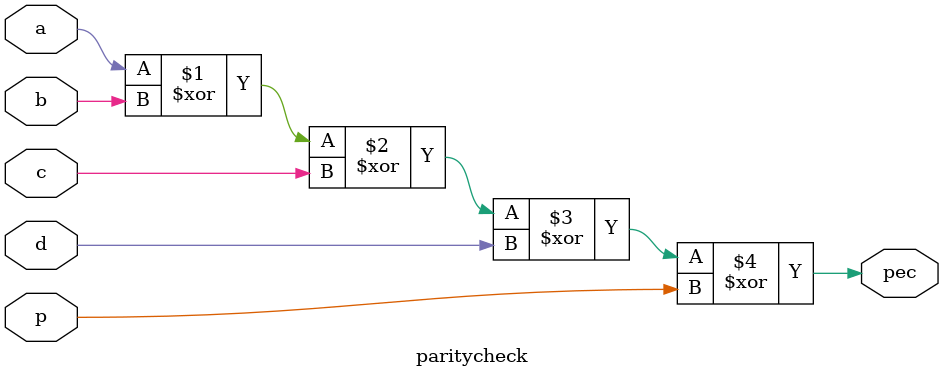
<source format=v>
`timescale 1ns / 1ps


module paritycheck(
    input a,b,c,d,p,
    output pec
    );
assign pec=(a^b^c^d^p);
endmodule

</source>
